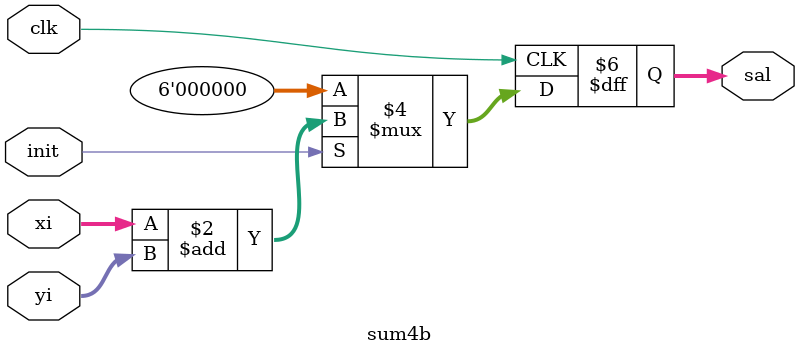
<source format=v>
`timescale 1ns / 1ps

module sum4b(clk, init, xi, yi, sal);

  input clk;
  input init;
  input [2:0] xi;
  input [2:0] yi;
  output reg [5:0] sal;
 
always @(posedge clk) begin
    if(init) sal = xi+yi;
    else sal=0;
end

endmodule

</source>
